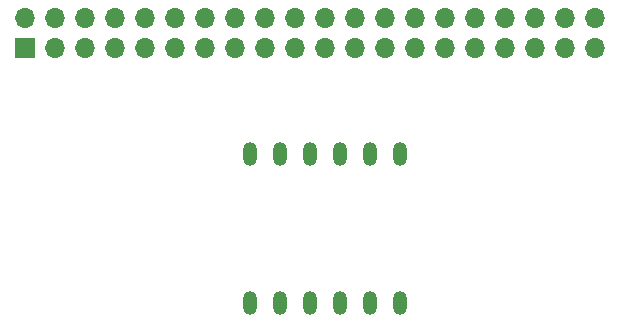
<source format=gbr>
G04 #@! TF.GenerationSoftware,KiCad,Pcbnew,8.0.0*
G04 #@! TF.CreationDate,2024-03-06T16:50:21+00:00*
G04 #@! TF.ProjectId,cyclops,6379636c-6f70-4732-9e6b-696361645f70,rev?*
G04 #@! TF.SameCoordinates,Original*
G04 #@! TF.FileFunction,Copper,L2,Bot*
G04 #@! TF.FilePolarity,Positive*
%FSLAX46Y46*%
G04 Gerber Fmt 4.6, Leading zero omitted, Abs format (unit mm)*
G04 Created by KiCad (PCBNEW 8.0.0) date 2024-03-06 16:50:21*
%MOMM*%
%LPD*%
G01*
G04 APERTURE LIST*
G04 #@! TA.AperFunction,ComponentPad*
%ADD10O,1.200000X2.000000*%
G04 #@! TD*
G04 #@! TA.AperFunction,ComponentPad*
%ADD11R,1.700000X1.700000*%
G04 #@! TD*
G04 #@! TA.AperFunction,ComponentPad*
%ADD12O,1.700000X1.700000*%
G04 #@! TD*
G04 APERTURE END LIST*
D10*
X149987000Y-95708000D03*
X147447000Y-95708000D03*
X144907000Y-95708000D03*
X142367000Y-95708000D03*
X139827000Y-95708000D03*
X137287000Y-95708000D03*
X137287000Y-83108000D03*
X139827000Y-83108000D03*
X142367000Y-83108000D03*
X144907000Y-83108000D03*
X147447000Y-83108000D03*
X149987000Y-83108000D03*
D11*
X118237000Y-74145001D03*
D12*
X118237000Y-71605001D03*
X120777000Y-74145001D03*
X120777000Y-71605001D03*
X123317000Y-74145001D03*
X123317000Y-71605001D03*
X125857000Y-74145001D03*
X125857000Y-71605001D03*
X128397000Y-74145001D03*
X128397000Y-71605001D03*
X130937000Y-74145001D03*
X130937000Y-71605001D03*
X133477000Y-74145001D03*
X133477000Y-71605001D03*
X136017000Y-74145001D03*
X136017000Y-71605001D03*
X138557000Y-74145001D03*
X138557000Y-71605001D03*
X141097000Y-74145001D03*
X141097000Y-71605001D03*
X143637000Y-74145001D03*
X143637000Y-71605001D03*
X146177000Y-74145001D03*
X146177000Y-71605001D03*
X148717000Y-74145001D03*
X148717000Y-71605001D03*
X151257000Y-74145001D03*
X151257000Y-71605001D03*
X153797000Y-74145001D03*
X153797000Y-71605001D03*
X156337000Y-74145001D03*
X156337000Y-71605001D03*
X158877000Y-74145001D03*
X158877000Y-71605001D03*
X161417000Y-74145001D03*
X161417000Y-71605001D03*
X163957000Y-74145001D03*
X163957000Y-71605001D03*
X166497000Y-74145001D03*
X166497000Y-71605001D03*
X166497000Y-71605001D03*
X166497000Y-74145001D03*
X163957000Y-71605001D03*
X163957000Y-74145001D03*
X161417000Y-71605001D03*
X161417000Y-74145001D03*
X158877000Y-71605001D03*
X158877000Y-74145001D03*
X156337000Y-71605001D03*
X156337000Y-74145001D03*
X153797000Y-71605001D03*
X153797000Y-74145001D03*
X151257000Y-71605001D03*
X151257000Y-74145001D03*
X148717000Y-71605001D03*
X148717000Y-74145001D03*
X146177000Y-71605001D03*
X146177000Y-74145001D03*
X143637000Y-71605001D03*
X143637000Y-74145001D03*
X141097000Y-71605001D03*
X141097000Y-74145001D03*
X138557000Y-71605001D03*
X138557000Y-74145001D03*
X136017000Y-71605001D03*
X136017000Y-74145001D03*
X133477000Y-71605001D03*
X133477000Y-74145001D03*
X130937000Y-71605001D03*
X130937000Y-74145001D03*
X128397000Y-71605001D03*
X128397000Y-74145001D03*
X125857000Y-71605001D03*
X125857000Y-74145001D03*
X123317000Y-71605001D03*
X123317000Y-74145001D03*
X120777000Y-71605001D03*
X120777000Y-74145001D03*
X118237000Y-71605001D03*
D11*
X118237000Y-74145001D03*
M02*

</source>
